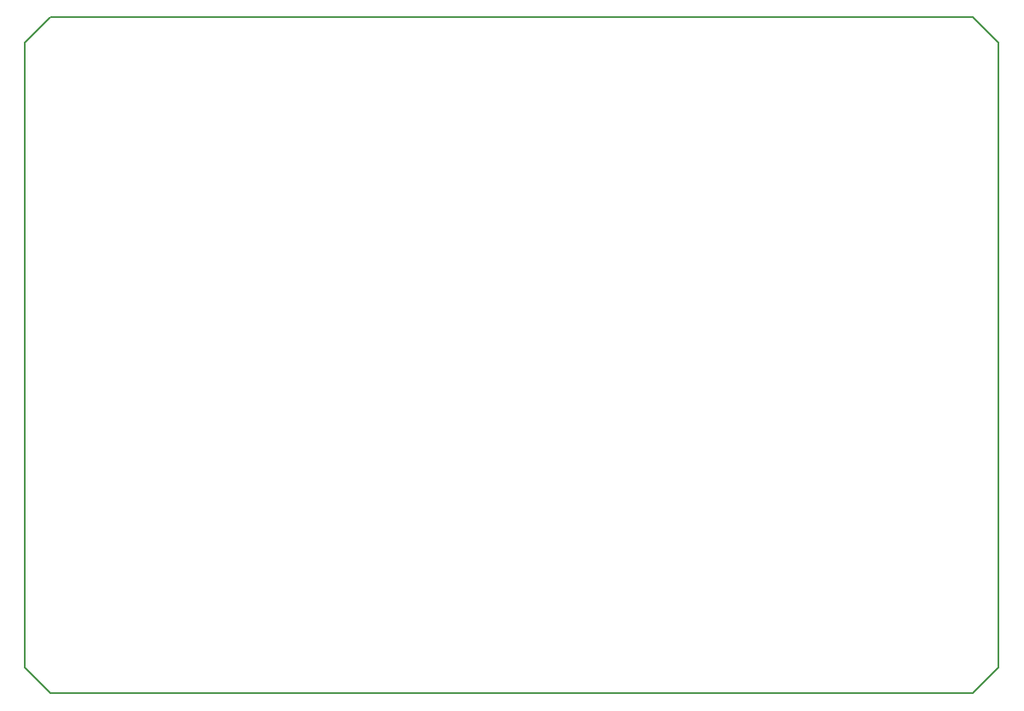
<source format=gm1>
G04 #@! TF.FileFunction,Profile,NP*
%FSLAX46Y46*%
G04 Gerber Fmt 4.6, Leading zero omitted, Abs format (unit mm)*
G04 Created by KiCad (PCBNEW 4.0.6-e0-6349~52~ubuntu16.10.1) date Mon May  8 18:25:15 2017*
%MOMM*%
%LPD*%
G01*
G04 APERTURE LIST*
%ADD10C,0.100000*%
%ADD11C,0.150000*%
G04 APERTURE END LIST*
D10*
D11*
X82548820Y-77723720D02*
X173988820Y-77723720D01*
X80008820Y-80261180D02*
X82548820Y-77721180D01*
X80010000Y-142240000D02*
X80008820Y-80263720D01*
X82550000Y-144780000D02*
X80010000Y-142240000D01*
X173990000Y-144780000D02*
X82550000Y-144780000D01*
X176530000Y-142240000D02*
X173990000Y-144780000D01*
X176528820Y-80266260D02*
X176530000Y-142240000D01*
X173988820Y-77723720D02*
X176528820Y-80263720D01*
M02*

</source>
